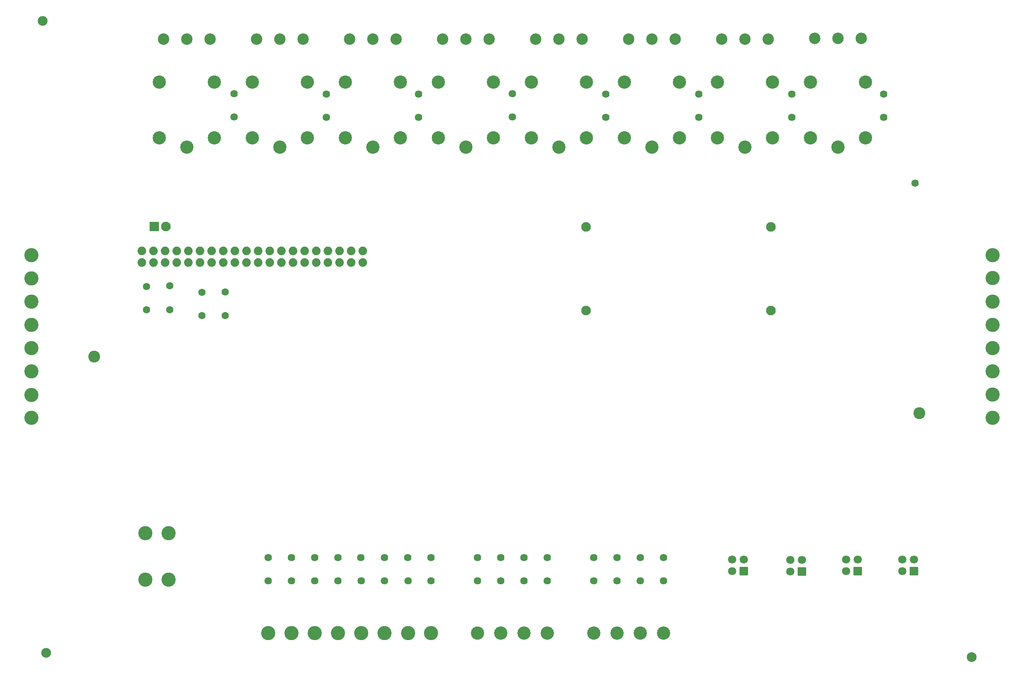
<source format=gbs>
G04 Layer: BottomSolderMaskLayer*
G04 EasyEDA Pro v2.2.40.8, 2025-09-09 13:59:53*
G04 Gerber Generator version 0.3*
G04 Scale: 100 percent, Rotated: No, Reflected: No*
G04 Dimensions in millimeters*
G04 Leading zeros omitted, absolute positions, 4 integers and 5 decimals*
G04 Generated by one-click*
%FSLAX45Y45*%
%MOMM*%
%AMRoundRect*1,1,$1,$2,$3*1,1,$1,$4,$5*1,1,$1,0-$2,0-$3*1,1,$1,0-$4,0-$5*20,1,$1,$2,$3,$4,$5,0*20,1,$1,$4,$5,0-$2,0-$3,0*20,1,$1,0-$2,0-$3,0-$4,0-$5,0*20,1,$1,0-$4,0-$5,$2,$3,0*4,1,4,$2,$3,$4,$5,0-$2,0-$3,0-$4,0-$5,$2,$3,0*%
%ADD10C,1.6256*%
%ADD11C,3.1016*%
%ADD12C,1.6016*%
%ADD13C,1.8796*%
%ADD14RoundRect,0.09691X-1.00234X1.00234X1.00234X1.00234*%
%ADD15C,2.1016*%
%ADD16C,2.8956*%
%ADD17C,2.5063*%
%ADD18C,2.5016*%
%ADD19C,2.90159*%
%ADD20RoundRect,0.09618X-0.85271X0.85271X0.85271X0.85271*%
%ADD21C,1.8016*%
%ADD22C,2.6016*%
%ADD23C,2.152*%
G75*


G04 Pad Start*
G54D10*
G01X20307300Y10845800D03*
G01X5430450Y12794050D03*
G01X5430450Y12286050D03*
G01X7440825Y12788006D03*
G01X7440825Y12280006D03*
G01X9460125Y12788006D03*
G01X9460125Y12280006D03*
G01X11504825Y12800706D03*
G01X11504825Y12292706D03*
G01X13549525Y12788006D03*
G01X13549525Y12280006D03*
G01X17613525Y12788006D03*
G01X17613525Y12280006D03*
G01X15581525Y12788006D03*
G01X15581525Y12280006D03*
G01X19620125Y12788006D03*
G01X19620125Y12280006D03*
G54D11*
G01X4000500Y2171700D03*
G01X4000500Y3187700D03*
G01X3492500Y2171700D03*
G01X3492500Y3187700D03*
G54D12*
G01X3517900Y8077200D03*
G01X3517900Y8585200D03*
G01X4025900Y8597900D03*
G01X4025900Y8077200D03*
G01X4724400Y8451850D03*
G01X5232400Y8464550D03*
G01X5232400Y7943850D03*
G01X4724400Y7943850D03*
G54D13*
G01X3414250Y9110668D03*
G01X3668249Y9110668D03*
G01X3922249Y9110668D03*
G01X4176248Y9110668D03*
G01X4430248Y9110668D03*
G01X4684247Y9110668D03*
G01X4938247Y9110668D03*
G01X5192246Y9110668D03*
G01X5446246Y9110668D03*
G01X5700245Y9110668D03*
G01X5954245Y9110668D03*
G01X6208244Y9110668D03*
G01X6462244Y9110668D03*
G01X6462244Y9364667D03*
G01X6208244Y9364667D03*
G01X5954245Y9364667D03*
G01X5700245Y9364667D03*
G01X5446246Y9364667D03*
G01X5192246Y9364667D03*
G01X4938247Y9364667D03*
G01X4684247Y9364667D03*
G01X4430248Y9364667D03*
G01X4176248Y9364667D03*
G01X3922249Y9364667D03*
G01X3668249Y9364667D03*
G01X3414250Y9364667D03*
G01X6716243Y9110668D03*
G01X6716243Y9364667D03*
G01X6970243Y9110668D03*
G01X6970243Y9364667D03*
G01X7224242Y9110668D03*
G01X7224242Y9364667D03*
G01X7478242Y9110668D03*
G01X7478242Y9364667D03*
G01X7732241Y9110668D03*
G01X7732241Y9364667D03*
G01X7986241Y9110668D03*
G01X7986241Y9364667D03*
G01X8240240Y9110668D03*
G01X8240240Y9364667D03*
G54D14*
G01X3683000Y9893300D03*
G54D15*
G01X3937000Y9893300D03*
G54D16*
G01X3796107Y13049126D03*
G01X4396055Y11629113D03*
G01X4996054Y11829113D03*
G01X3796057Y11829113D03*
G01X4996003Y13049126D03*
G01X5828107Y13049126D03*
G01X6428055Y11629113D03*
G01X7028054Y11829113D03*
G01X5828057Y11829113D03*
G01X7028003Y13049126D03*
G01X7860107Y13049126D03*
G01X8460055Y11629113D03*
G01X9060054Y11829113D03*
G01X7860057Y11829113D03*
G01X9060003Y13049126D03*
G01X9892107Y13049126D03*
G01X10492055Y11629113D03*
G01X11092054Y11829113D03*
G01X9892057Y11829113D03*
G01X11092003Y13049126D03*
G01X11924107Y13049126D03*
G01X12524055Y11629113D03*
G01X13124054Y11829113D03*
G01X11924057Y11829113D03*
G01X13124003Y13049126D03*
G01X13956107Y13049126D03*
G01X14556055Y11629113D03*
G01X15156054Y11829113D03*
G01X13956057Y11829113D03*
G01X15156003Y13049126D03*
G01X15988107Y13049126D03*
G01X16588055Y11629113D03*
G01X17188054Y11829113D03*
G01X15988057Y11829113D03*
G01X17188003Y13049126D03*
G01X18020107Y13049126D03*
G01X18620055Y11629113D03*
G01X19220054Y11829113D03*
G01X18020057Y11829113D03*
G01X19220003Y13049126D03*
G54D18*
G01X4902200Y13995400D03*
G01X4394200Y13995400D03*
G01X3886200Y13995400D03*
G01X6934200Y13995400D03*
G01X6426200Y13995400D03*
G01X5918200Y13995400D03*
G01X8966200Y13995400D03*
G01X8458200Y13995400D03*
G01X7950200Y13995400D03*
G01X10998200Y13995400D03*
G01X10490200Y13995400D03*
G01X9982200Y13995400D03*
G01X13030200Y13995400D03*
G01X12522200Y13995400D03*
G01X12014200Y13995400D03*
G01X15062200Y13995400D03*
G01X14554200Y13995400D03*
G01X14046200Y13995400D03*
G01X17094200Y13995400D03*
G01X16586200Y13995400D03*
G01X16078200Y13995400D03*
G01X19126200Y14008100D03*
G01X18618200Y14008100D03*
G01X18110200Y14008100D03*
G54D11*
G01X9728200Y1003300D03*
G01X9228328Y1003300D03*
G01X8712200Y1003300D03*
G01X8204200Y1003300D03*
G01X7696200Y1003300D03*
G01X7188200Y1003300D03*
G01X6680200Y1003300D03*
G01X6172200Y1003300D03*
G54D19*
G01X14808200Y1003300D03*
G01X14300200Y1003300D03*
G01X13792200Y1003300D03*
G01X13284200Y1003300D03*
G54D11*
G01X21996400Y9271000D03*
G01X21996400Y8771128D03*
G01X21996400Y8255000D03*
G01X21996400Y7747000D03*
G01X21996400Y7239000D03*
G01X21996400Y6731000D03*
G01X21996400Y6223000D03*
G01X21996400Y5715000D03*
G01X1003300Y5715000D03*
G01X1003300Y6214872D03*
G01X1003300Y6731000D03*
G01X1003300Y7239000D03*
G01X1003300Y7747000D03*
G01X1003300Y8255000D03*
G01X1003300Y8763000D03*
G01X1003300Y9271000D03*
G54D19*
G01X12268200Y1003300D03*
G01X11760200Y1003300D03*
G01X11252200Y1003300D03*
G01X10744200Y1003300D03*
G54D20*
G01X16560800Y2362200D03*
G54D21*
G01X16560800Y2616200D03*
G01X16306800Y2362200D03*
G01X16306800Y2616200D03*
G54D20*
G01X17830800Y2349500D03*
G54D21*
G01X17830800Y2603500D03*
G01X17576800Y2349500D03*
G01X17576800Y2603500D03*
G54D20*
G01X19050000Y2362200D03*
G54D21*
G01X19050000Y2616200D03*
G01X18796000Y2362200D03*
G01X18796000Y2616200D03*
G54D20*
G01X20281900Y2362200D03*
G54D21*
G01X20281900Y2616200D03*
G01X20027900Y2362200D03*
G01X20027900Y2616200D03*
G54D15*
G01X13119355Y9882655D03*
G01X13119355Y8053855D03*
G01X17157955Y8053855D03*
G01X17157955Y9882655D03*
G54D10*
G01X6172200Y2654300D03*
G01X6680200Y2654300D03*
G01X7188200Y2654300D03*
G01X7694634Y2654300D03*
G01X8201918Y2654300D03*
G01X8712200Y2654300D03*
G01X9225437Y2654300D03*
G01X9726753Y2654300D03*
G01X6172200Y2146300D03*
G01X6680200Y2146300D03*
G01X7190075Y2146300D03*
G01X7696200Y2146300D03*
G01X8202633Y2146300D03*
G01X8710580Y2146300D03*
G01X9229136Y2146300D03*
G01X9728200Y2146300D03*
G01X10744200Y2654300D03*
G01X10744200Y2146300D03*
G01X11252200Y2146300D03*
G01X11252200Y2654300D03*
G01X11760200Y2146300D03*
G01X11760200Y2654300D03*
G01X12268200Y2146300D03*
G01X12268200Y2654300D03*
G01X13284200Y2146300D03*
G01X13284200Y2654300D03*
G01X13792200Y2654300D03*
G01X13792200Y2146300D03*
G01X14300200Y2146300D03*
G01X14300200Y2654300D03*
G01X14808200Y2146300D03*
G01X14808200Y2654300D03*
G54D22*
G01X20396200Y5816600D03*
G01X2374900Y7048500D03*
G54D23*
G01X21539200Y482600D03*
G01X1320800Y571500D03*
G01X1244600Y14389100D03*
G04 Pad End*

M02*


</source>
